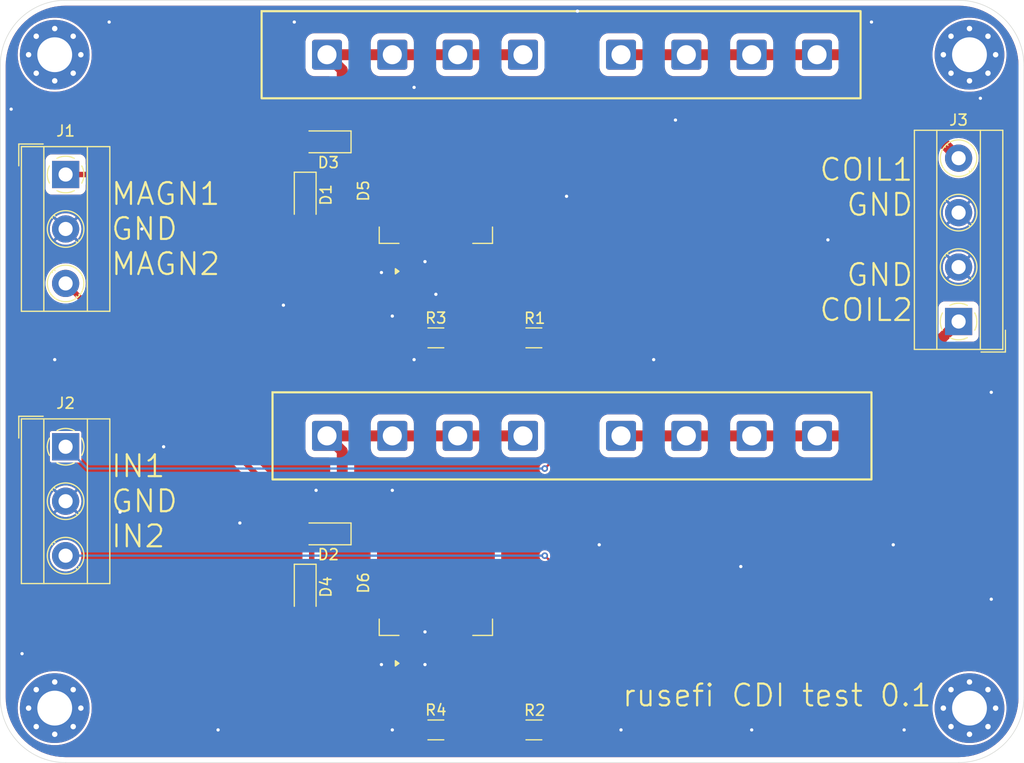
<source format=kicad_pcb>
(kicad_pcb (version 20240108) (generator "pcbnew") (generator_version "8.0")
  (layers (0 "F.Cu" signal) (31 "B.Cu" signal) (34 "B.Paste" user) (35 "F.Paste" user) (36 "B.SilkS" user "B.Silkscreen") (37 "F.SilkS" user "F.Silkscreen") (38 "B.Mask" user) (39 "F.Mask" user) (44 "Edge.Cuts" user))
  (net 0 "")
  (net 1 "GND")
  (net 2 "/MAGNETO1")
  (net 3 "/MAGNETO2")
  (net 4 "Net-(D5-G)")
  (net 5 "Net-(D6-G)")
  (net 6 "/IN1")
  (net 7 "/IN2")
  (net 8 "/COIL2")
  (net 9 "/COIL1")
  (net 10 "/CAP2")
  (net 11 "/CAP1")
  (footprint "Connector_Wire:SolderWire-1sqmm_1x01_D1.4mm_OD2.7mm" (layer "F.Cu") (at 149 69)
    (property "Reference" "TP13" (hide yes))
    (property "Value" "~")
    (pad "1" thru_hole roundrect (at 0 0) (size 2.75 2.75) (drill 1.75) (layers "*.Cu" "*.Mask") (roundrect_rratio 0.090909) (net 9 "/COIL1"))
  )
  (footprint "Resistor_SMD:R_1206_3216Metric_Pad1.30x1.75mm_HandSolder" (layer "F.Cu") (at 120 131)
    (property "Reference" "R4" (at 0 -1.82 0) (layer "F.SilkS"))
    (property "Value" "10k")
    (fp_line (start -0.727064 -0.91) (end 0.727064 -0.91) (stroke (width 0.12)) (layer "F.SilkS"))
    (fp_line (start -0.727064 0.91) (end 0.727064 0.91) (stroke (width 0.12)) (layer "F.SilkS"))
    (pad "1" smd roundrect (at -1.55 0) (size 1.3 1.75) (layers "F.Cu" "F.Paste" "F.Mask") (roundrect_rratio 0.192308) (net 1 "GND"))
    (pad "2" smd roundrect (at 1.55 0) (size 1.3 1.75) (layers "F.Cu" "F.Paste" "F.Mask") (roundrect_rratio 0.192308) (net 5 "Net-(D6-G)"))
  )
  (footprint "Connector_Wire:SolderWire-1sqmm_1x01_D1.4mm_OD2.7mm" (layer "F.Cu") (at 128 69)
    (property "Reference" "TP5" (hide yes))
    (property "Value" "~")
    (pad "1" thru_hole roundrect (at 0 0) (size 2.75 2.75) (drill 1.75) (layers "*.Cu" "*.Mask") (roundrect_rratio 0.090909) (net 11 "/CAP1"))
  )
  (footprint "Connector_Wire:SolderWire-1sqmm_1x01_D1.4mm_OD2.7mm" (layer "F.Cu") (at 143 69)
    (property "Reference" "TP11" (hide yes))
    (property "Value" "~")
    (pad "1" thru_hole roundrect (at 0 0) (size 2.75 2.75) (drill 1.75) (layers "*.Cu" "*.Mask") (roundrect_rratio 0.090909) (net 9 "/COIL1"))
  )
  (footprint "Diode_SMD:D_SOD-123F" (layer "F.Cu") (at 110 77 180)
    (property "Reference" "D3" (at -0.127 -1.905 0) (layer "F.SilkS"))
    (property "Value" "SM4007PL")
    (fp_line (start -2.21 1) (end 1.65 1) (stroke (width 0.12)) (layer "F.SilkS"))
    (fp_line (start -2.21 -1) (end 1.65 -1) (stroke (width 0.12)) (layer "F.SilkS"))
    (fp_line (start -2.21 -1) (end -2.21 1) (stroke (width 0.12)) (layer "F.SilkS"))
    (pad "1" smd roundrect (at -1.4 0 180) (size 1.1 1.1) (layers "F.Cu" "F.Paste" "F.Mask") (roundrect_rratio 0.2272727273) (net 11 "/CAP1"))
    (pad "2" smd roundrect (at 1.4 0 180) (size 1.1 1.1) (layers "F.Cu" "F.Paste" "F.Mask") (roundrect_rratio 0.2272727273) (net 2 "/MAGNETO1"))
  )
  (footprint "MountingHole:MountingHole_3.2mm_M3_Pad_Via" (layer "F.Cu") (at 169 129)
    (property "Reference" "H4" (hide yes))
    (property "Value" "M3")
    (pad "1" thru_hole circle (at -2.4 0) (size 0.8 0.8) (drill 0.5) (layers "*.Cu" "*.Mask"))
    (pad "1" thru_hole circle (at -1.697056 -1.697056) (size 0.8 0.8) (drill 0.5) (layers "*.Cu" "*.Mask"))
    (pad "1" thru_hole circle (at -1.697056 1.697056) (size 0.8 0.8) (drill 0.5) (layers "*.Cu" "*.Mask"))
    (pad "1" thru_hole circle (at 0 -2.4) (size 0.8 0.8) (drill 0.5) (layers "*.Cu" "*.Mask"))
    (pad "1" thru_hole circle (at 0 0) (size 6.4 6.4) (drill 3.2) (layers "*.Cu" "*.Mask"))
    (pad "1" thru_hole circle (at 0 2.4) (size 0.8 0.8) (drill 0.5) (layers "*.Cu" "*.Mask"))
    (pad "1" thru_hole circle (at 1.697056 -1.697056) (size 0.8 0.8) (drill 0.5) (layers "*.Cu" "*.Mask"))
    (pad "1" thru_hole circle (at 1.697056 1.697056) (size 0.8 0.8) (drill 0.5) (layers "*.Cu" "*.Mask"))
    (pad "1" thru_hole circle (at 2.4 0) (size 0.8 0.8) (drill 0.5) (layers "*.Cu" "*.Mask"))
  )
  (footprint "Resistor_SMD:R_1206_3216Metric_Pad1.30x1.75mm_HandSolder" (layer "F.Cu") (at 129 95 180)
    (property "Reference" "R1" (at -0.077219 1.802314 0) (layer "F.SilkS"))
    (property "Value" "200")
    (fp_line (start -0.727064 0.91) (end 0.727064 0.91) (stroke (width 0.12)) (layer "F.SilkS"))
    (fp_line (start -0.727064 -0.91) (end 0.727064 -0.91) (stroke (width 0.12)) (layer "F.SilkS"))
    (pad "1" smd roundrect (at -1.55 0 180) (size 1.3 1.75) (layers "F.Cu" "F.Paste" "F.Mask") (roundrect_rratio 0.192308) (net 6 "/IN1"))
    (pad "2" smd roundrect (at 1.55 0 180) (size 1.3 1.75) (layers "F.Cu" "F.Paste" "F.Mask") (roundrect_rratio 0.192308) (net 4 "Net-(D5-G)"))
  )
  (footprint "Connector_Wire:SolderWire-1sqmm_1x01_D1.4mm_OD2.7mm" (layer "F.Cu") (at 116 69)
    (property "Reference" "TP3" (hide yes))
    (property "Value" "~")
    (pad "1" thru_hole roundrect (at 0 0) (size 2.75 2.75) (drill 1.75) (layers "*.Cu" "*.Mask") (roundrect_rratio 0.090909) (net 11 "/CAP1"))
  )
  (footprint "Connector_Wire:SolderWire-1sqmm_1x01_D1.4mm_OD2.7mm" (layer "F.Cu") (at 116 104)
    (property "Reference" "TP6" (hide yes))
    (property "Value" "~")
    (pad "1" thru_hole roundrect (at 0 0) (size 2.75 2.75) (drill 1.75) (layers "*.Cu" "*.Mask") (roundrect_rratio 0.090909) (net 10 "/CAP2"))
  )
  (footprint "Diode_SMD:D_SOD-123F" (layer "F.Cu") (at 108 82 -90)
    (property "Reference" "D1" (at -0.127 -1.905 90) (layer "F.SilkS"))
    (property "Value" "SM4007PL")
    (fp_line (start -2.21 1) (end 1.65 1) (stroke (width 0.12)) (layer "F.SilkS"))
    (fp_line (start -2.21 -1) (end -2.21 1) (stroke (width 0.12)) (layer "F.SilkS"))
    (fp_line (start -2.21 -1) (end 1.65 -1) (stroke (width 0.12)) (layer "F.SilkS"))
    (pad "1" smd roundrect (at -1.4 0 270) (size 1.1 1.1) (layers "F.Cu" "F.Paste" "F.Mask") (roundrect_rratio 0.2272727273) (net 2 "/MAGNETO1"))
    (pad "2" smd roundrect (at 1.4 0 270) (size 1.1 1.1) (layers "F.Cu" "F.Paste" "F.Mask") (roundrect_rratio 0.2272727273) (net 1 "GND"))
  )
  (footprint "Diode_SMD:D_SOD-123F" (layer "F.Cu") (at 108 118 -90)
    (property "Reference" "D4" (at -0.127 -1.905 90) (layer "F.SilkS"))
    (property "Value" "SM4007PL")
    (fp_line (start -2.21 1) (end 1.65 1) (stroke (width 0.12)) (layer "F.SilkS"))
    (fp_line (start -2.21 -1) (end -2.21 1) (stroke (width 0.12)) (layer "F.SilkS"))
    (fp_line (start -2.21 -1) (end 1.65 -1) (stroke (width 0.12)) (layer "F.SilkS"))
    (pad "1" smd roundrect (at -1.4 0 270) (size 1.1 1.1) (layers "F.Cu" "F.Paste" "F.Mask") (roundrect_rratio 0.2272727273) (net 3 "/MAGNETO2"))
    (pad "2" smd roundrect (at 1.4 0 270) (size 1.1 1.1) (layers "F.Cu" "F.Paste" "F.Mask") (roundrect_rratio 0.2272727273) (net 1 "GND"))
  )
  (footprint "Diode_SMD:D_SOD-123F" (layer "F.Cu") (at 110 113 180)
    (property "Reference" "D2" (at -0.127 -1.905 0) (layer "F.SilkS"))
    (property "Value" "SM4007PL")
    (fp_line (start -2.21 1) (end 1.65 1) (stroke (width 0.12)) (layer "F.SilkS"))
    (fp_line (start -2.21 -1) (end 1.65 -1) (stroke (width 0.12)) (layer "F.SilkS"))
    (fp_line (start -2.21 -1) (end -2.21 1) (stroke (width 0.12)) (layer "F.SilkS"))
    (pad "1" smd roundrect (at -1.4 0 180) (size 1.1 1.1) (layers "F.Cu" "F.Paste" "F.Mask") (roundrect_rratio 0.2272727273) (net 10 "/CAP2"))
    (pad "2" smd roundrect (at 1.4 0 180) (size 1.1 1.1) (layers "F.Cu" "F.Paste" "F.Mask") (roundrect_rratio 0.2272727273) (net 3 "/MAGNETO2"))
  )
  (footprint "Resistor_SMD:R_1206_3216Metric_Pad1.30x1.75mm_HandSolder" (layer "F.Cu") (at 129 131 180)
    (property "Reference" "R2" (at -0.077219 1.802314 0) (layer "F.SilkS"))
    (property "Value" "200")
    (fp_line (start -0.727064 0.91) (end 0.727064 0.91) (stroke (width 0.12)) (layer "F.SilkS"))
    (fp_line (start -0.727064 -0.91) (end 0.727064 -0.91) (stroke (width 0.12)) (layer "F.SilkS"))
    (pad "1" smd roundrect (at -1.55 0 180) (size 1.3 1.75) (layers "F.Cu" "F.Paste" "F.Mask") (roundrect_rratio 0.192308) (net 7 "/IN2"))
    (pad "2" smd roundrect (at 1.55 0 180) (size 1.3 1.75) (layers "F.Cu" "F.Paste" "F.Mask") (roundrect_rratio 0.192308) (net 5 "Net-(D6-G)"))
  )
  (footprint "MountingHole:MountingHole_3.2mm_M3_Pad_Via" (layer "F.Cu") (at 85 129)
    (property "Reference" "H2" (hide yes))
    (property "Value" "M3")
    (pad "1" thru_hole circle (at -2.4 0) (size 0.8 0.8) (drill 0.5) (layers "*.Cu" "*.Mask"))
    (pad "1" thru_hole circle (at -1.697056 -1.697056) (size 0.8 0.8) (drill 0.5) (layers "*.Cu" "*.Mask"))
    (pad "1" thru_hole circle (at -1.697056 1.697056) (size 0.8 0.8) (drill 0.5) (layers "*.Cu" "*.Mask"))
    (pad "1" thru_hole circle (at 0 -2.4) (size 0.8 0.8) (drill 0.5) (layers "*.Cu" "*.Mask"))
    (pad "1" thru_hole circle (at 0 0) (size 6.4 6.4) (drill 3.2) (layers "*.Cu" "*.Mask"))
    (pad "1" thru_hole circle (at 0 2.4) (size 0.8 0.8) (drill 0.5) (layers "*.Cu" "*.Mask"))
    (pad "1" thru_hole circle (at 1.697056 -1.697056) (size 0.8 0.8) (drill 0.5) (layers "*.Cu" "*.Mask"))
    (pad "1" thru_hole circle (at 1.697056 1.697056) (size 0.8 0.8) (drill 0.5) (layers "*.Cu" "*.Mask"))
    (pad "1" thru_hole circle (at 2.4 0) (size 0.8 0.8) (drill 0.5) (layers "*.Cu" "*.Mask"))
  )
  (footprint "MountingHole:MountingHole_3.2mm_M3_Pad_Via" (layer "F.Cu") (at 85 69)
    (property "Reference" "H1" (hide yes))
    (property "Value" "M3")
    (pad "1" thru_hole circle (at -2.4 0) (size 0.8 0.8) (drill 0.5) (layers "*.Cu" "*.Mask"))
    (pad "1" thru_hole circle (at -1.697056 -1.697056) (size 0.8 0.8) (drill 0.5) (layers "*.Cu" "*.Mask"))
    (pad "1" thru_hole circle (at -1.697056 1.697056) (size 0.8 0.8) (drill 0.5) (layers "*.Cu" "*.Mask"))
    (pad "1" thru_hole circle (at 0 -2.4) (size 0.8 0.8) (drill 0.5) (layers "*.Cu" "*.Mask"))
    (pad "1" thru_hole circle (at 0 0) (size 6.4 6.4) (drill 3.2) (layers "*.Cu" "*.Mask"))
    (pad "1" thru_hole circle (at 0 2.4) (size 0.8 0.8) (drill 0.5) (layers "*.Cu" "*.Mask"))
    (pad "1" thru_hole circle (at 1.697056 -1.697056) (size 0.8 0.8) (drill 0.5) (layers "*.Cu" "*.Mask"))
    (pad "1" thru_hole circle (at 1.697056 1.697056) (size 0.8 0.8) (drill 0.5) (layers "*.Cu" "*.Mask"))
    (pad "1" thru_hole circle (at 2.4 0) (size 0.8 0.8) (drill 0.5) (layers "*.Cu" "*.Mask"))
  )
  (footprint "MountingHole:MountingHole_3.2mm_M3_Pad_Via" (layer "F.Cu") (at 169 69)
    (property "Reference" "H3" (hide yes))
    (property "Value" "M3")
    (pad "1" thru_hole circle (at -2.4 0) (size 0.8 0.8) (drill 0.5) (layers "*.Cu" "*.Mask"))
    (pad "1" thru_hole circle (at -1.697056 -1.697056) (size 0.8 0.8) (drill 0.5) (layers "*.Cu" "*.Mask"))
    (pad "1" thru_hole circle (at -1.697056 1.697056) (size 0.8 0.8) (drill 0.5) (layers "*.Cu" "*.Mask"))
    (pad "1" thru_hole circle (at 0 -2.4) (size 0.8 0.8) (drill 0.5) (layers "*.Cu" "*.Mask"))
    (pad "1" thru_hole circle (at 0 0) (size 6.4 6.4) (drill 3.2) (layers "*.Cu" "*.Mask"))
    (pad "1" thru_hole circle (at 0 2.4) (size 0.8 0.8) (drill 0.5) (layers "*.Cu" "*.Mask"))
    (pad "1" thru_hole circle (at 1.697056 -1.697056) (size 0.8 0.8) (drill 0.5) (layers "*.Cu" "*.Mask"))
    (pad "1" thru_hole circle (at 1.697056 1.697056) (size 0.8 0.8) (drill 0.5) (layers "*.Cu" "*.Mask"))
    (pad "1" thru_hole circle (at 2.4 0) (size 0.8 0.8) (drill 0.5) (layers "*.Cu" "*.Mask"))
  )
  (footprint "TerminalBlock_MetzConnect:TerminalBlock_MetzConnect_Type055_RT01504HDWU_1x04_P5.00mm_Horizontal" (layer "F.Cu") (at 168 93.5 90)
    (property "Reference" "J3" (at 18.5 0 180) (layer "F.SilkS"))
    (property "Value" "Screw_Terminal_01x04")
    (fp_line (start 17.561 -4.06) (end 17.561 4.06) (stroke (width 0.12)) (layer "F.SilkS"))
    (fp_line (start -2.56 -4.06) (end 17.561 -4.06) (stroke (width 0.12)) (layer "F.SilkS"))
    (fp_line (start -2.56 -4.06) (end -2.56 4.06) (stroke (width 0.12)) (layer "F.SilkS"))
    (fp_line (start -2.56 -2) (end 17.561 -2) (stroke (width 0.12)) (layer "F.SilkS"))
    (fp_line (start 16.07 -1.275) (end 16.011 -1.216) (stroke (width 0.12)) (layer "F.SilkS"))
    (fp_line (start 11.07 -1.275) (end 11.011 -1.216) (stroke (width 0.12)) (layer "F.SilkS"))
    (fp_line (start 6.07 -1.275) (end 6.011 -1.216) (stroke (width 0.12)) (layer "F.SilkS"))
    (fp_line (start 16.275 -1.069) (end 16.181 -0.976) (stroke (width 0.12)) (layer "F.SilkS"))
    (fp_line (start 11.275 -1.069) (end 11.181 -0.976) (stroke (width 0.12)) (layer "F.SilkS"))
    (fp_line (start 6.275 -1.069) (end 6.181 -0.976) (stroke (width 0.12)) (layer "F.SilkS"))
    (fp_line (start 13.82 0.976) (end 13.726 1.069) (stroke (width 0.12)) (layer "F.SilkS"))
    (fp_line (start 8.82 0.976) (end 8.726 1.069) (stroke (width 0.12)) (layer "F.SilkS"))
    (fp_line (start 3.82 0.976) (end 3.726 1.069) (stroke (width 0.12)) (layer "F.SilkS"))
    (fp_line (start 13.99 1.216) (end 13.931 1.274) (stroke (width 0.12)) (layer "F.SilkS"))
    (fp_line (start 8.99 1.216) (end 8.931 1.274) (stroke (width 0.12)) (layer "F.SilkS"))
    (fp_line (start 3.99 1.216) (end 3.931 1.274) (stroke (width 0.12)) (layer "F.SilkS"))
    (fp_line (start -2.56 2) (end 17.561 2) (stroke (width 0.12)) (layer "F.SilkS"))
    (fp_line (start -2.8 2.06) (end -2.8 4.3) (stroke (width 0.12)) (layer "F.SilkS"))
    (fp_line (start -2.56 4.06) (end 17.561 4.06) (stroke (width 0.12)) (layer "F.SilkS"))
    (fp_line (start -2.8 4.3) (end -0.8 4.3) (stroke (width 0.12)) (layer "F.SilkS"))
    (fp_arc (start -0.789089 -1.483953) (mid -0.00005 -1.680708) (end 0.789 -1.484) (stroke (width 0.12)) (layer "F.SilkS"))
    (fp_arc (start 1.483953 -0.789089) (mid 1.680708 -0.00005) (end 1.484 0.789) (stroke (width 0.12)) (layer "F.SilkS"))
    (fp_arc (start -1.483953 0.789089) (mid -1.680708 0.00005) (end -1.484 -0.789) (stroke (width 0.12)) (layer "F.SilkS"))
    (fp_arc (start 0.788712 1.483352) (mid 0.406429 1.630097) (end 0 1.68) (stroke (width 0.12)) (layer "F.SilkS"))
    (fp_arc (start 0.029383 1.68045) (mid -0.392304 1.634281) (end -0.789 1.484) (stroke (width 0.12)) (layer "F.SilkS"))
    (fp_circle (center 15 0) (end 16.68 0) (stroke (width 0.12)) (fill none) (layer "F.SilkS"))
    (fp_circle (center 10 0) (end 11.68 0) (stroke (width 0.12)) (fill none) (layer "F.SilkS"))
    (fp_circle (center 5 0) (end 6.68 0) (stroke (width 0.12)) (fill none) (layer "F.SilkS"))
    (pad "1" thru_hole rect (at 0 0 90) (size 2.5 2.5) (drill 1.3) (layers "*.Cu" "*.Mask") (net 8 "/COIL2"))
    (pad "2" thru_hole circle (at 5 0 90) (size 2.5 2.5) (drill 1.3) (layers "*.Cu" "*.Mask") (net 1 "GND"))
    (pad "3" thru_hole circle (at 10 0 90) (size 2.5 2.5) (drill 1.3) (layers "*.Cu" "*.Mask") (net 1 "GND"))
    (pad "4" thru_hole circle (at 15 0 90) (size 2.5 2.5) (drill 1.3) (layers "*.Cu" "*.Mask") (net 9 "/COIL1"))
  )
  (footprint "Connector_Wire:SolderWire-1sqmm_1x01_D1.4mm_OD2.7mm" (layer "F.Cu") (at 155 104)
    (property "Reference" "TP16" (hide yes))
    (property "Value" "~")
    (pad "1" thru_hole roundrect (at 0 0) (size 2.75 2.75) (drill 1.75) (layers "*.Cu" "*.Mask") (roundrect_rratio 0.090909) (net 8 "/COIL2"))
  )
  (footprint "Connector_Wire:SolderWire-1sqmm_1x01_D1.4mm_OD2.7mm" (layer "F.Cu") (at 122 69)
    (property "Reference" "TP7" (hide yes))
    (property "Value" "~")
    (pad "1" thru_hole roundrect (at 0 0) (size 2.75 2.75) (drill 1.75) (layers "*.Cu" "*.Mask") (roundrect_rratio 0.090909) (net 11 "/CAP1"))
  )
  (footprint "Connector_Wire:SolderWire-1sqmm_1x01_D1.4mm_OD2.7mm" (layer "F.Cu") (at 155 69)
    (property "Reference" "TP15" (hide yes))
    (property "Value" "~")
    (pad "1" thru_hole roundrect (at 0 0) (size 2.75 2.75) (drill 1.75) (layers "*.Cu" "*.Mask") (roundrect_rratio 0.090909) (net 9 "/COIL1"))
  )
  (footprint "Package_TO_SOT_SMD:TO-263-2" (layer "F.Cu") (at 120 81.5 90)
    (property "Reference" "D5" (at 0 -6.65 90) (layer "F.SilkS"))
    (property "Value" "TN5015H-6G")
    (fp_line (start -3.325 -5.2) (end -4.825 -5.2) (stroke (width 0.12)) (layer "F.SilkS"))
    (fp_line (start -4.825 -5.2) (end -4.825 -3.39) (stroke (width 0.12)) (layer "F.SilkS"))
    (fp_line (start -3.325 5.2) (end -4.825 5.2) (stroke (width 0.12)) (layer "F.SilkS"))
    (fp_line (start -4.825 5.2) (end -4.825 3.39) (stroke (width 0.12)) (layer "F.SilkS"))
    (fp_poly (pts (xy -7.3875 -3.39) (xy -7.6275 -3.72) (xy -7.1475 -3.72) (xy -7.3875 -3.39)) (stroke (width 0.12)) (fill solid) (layer "F.SilkS"))
    (pad "1" smd roundrect (at -7.65 -2.54 90) (size 4.6 1.1) (layers "F.Cu" "F.Paste" "F.Mask") (roundrect_rratio 0.227273) (net 1 "GND"))
    (pad "2" smd roundrect (at -0.925 -2.775 90) (size 4.55 5.25) (layers "F.Cu" "F.Paste") (roundrect_rratio 0.054945) (net 11 "/CAP1"))
    (pad "2" smd roundrect (at -0.925 2.775 90) (size 4.55 5.25) (layers "F.Cu" "F.Paste") (roundrect_rratio 0.054945) (net 11 "/CAP1"))
    (pad "2" smd roundrect (at 1.5 0 90) (size 9.4 10.8) (layers "F.Cu" "F.Mask") (roundrect_rratio 0.026596) (net 11 "/CAP1"))
    (pad "2" smd roundrect (at 3.925 -2.775 90) (size 4.55 5.25) (layers "F.Cu" "F.Paste") (roundrect_rratio 0.054945) (net 11 "/CAP1"))
    (pad "2" smd roundrect (at 3.925 2.775 90) (size 4.55 5.25) (layers "F.Cu" "F.Paste") (roundrect_rratio 0.054945) (net 11 "/CAP1"))
    (pad "3" smd roundrect (at -7.65 2.54 90) (size 4.6 1.1) (layers "F.Cu" "F.Paste" "F.Mask") (roundrect_rratio 0.227273) (net 4 "Net-(D5-G)"))
  )
  (footprint "Package_TO_SOT_SMD:TO-263-2" (layer "F.Cu") (at 120 117.5 90)
    (property "Reference" "D6" (at 0 -6.65 90) (layer "F.SilkS"))
    (property "Value" "TN5015H-6G")
    (fp_line (start -3.325 -5.2) (end -4.825 -5.2) (stroke (width 0.12)) (layer "F.SilkS"))
    (fp_line (start -4.825 -5.2) (end -4.825 -3.39) (stroke (width 0.12)) (layer "F.SilkS"))
    (fp_line (start -3.325 5.2) (end -4.825 5.2) (stroke (width 0.12)) (layer "F.SilkS"))
    (fp_line (start -4.825 5.2) (end -4.825 3.39) (stroke (width 0.12)) (layer "F.SilkS"))
    (fp_poly (pts (xy -7.3875 -3.39) (xy -7.6275 -3.72) (xy -7.1475 -3.72) (xy -7.3875 -3.39)) (stroke (width 0.12)) (fill solid) (layer "F.SilkS"))
    (pad "1" smd roundrect (at -7.65 -2.54 90) (size 4.6 1.1) (layers "F.Cu" "F.Paste" "F.Mask") (roundrect_rratio 0.227273) (net 1 "GND"))
    (pad "2" smd roundrect (at -0.925 -2.775 90) (size 4.55 5.25) (layers "F.Cu" "F.Paste") (roundrect_rratio 0.054945) (net 10 "/CAP2"))
    (pad "2" smd roundrect (at -0.925 2.775 90) (size 4.55 5.25) (layers "F.Cu" "F.Paste") (roundrect_rratio 0.054945) (net 10 "/CAP2"))
    (pad "2" smd roundrect (at 1.5 0 90) (size 9.4 10.8) (layers "F.Cu" "F.Mask") (roundrect_rratio 0.026596) (net 10 "/CAP2"))
    (pad "2" smd roundrect (at 3.925 -2.775 90) (size 4.55 5.25) (layers "F.Cu" "F.Paste") (roundrect_rratio 0.054945) (net 10 "/CAP2"))
    (pad "2" smd roundrect (at 3.925 2.775 90) (size 4.55 5.25) (layers "F.Cu" "F.Paste") (roundrect_rratio 0.054945) (net 10 "/CAP2"))
    (pad "3" smd roundrect (at -7.65 2.54 90) (size 4.6 1.1) (layers "F.Cu" "F.Paste" "F.Mask") (roundrect_rratio 0.227273) (net 5 "Net-(D6-G)"))
  )
  (footprint "Connector_Wire:SolderWire-1sqmm_1x01_D1.4mm_OD2.7mm" (layer "F.Cu") (at 110 104)
    (property "Reference" "TP2" (hide yes))
    (property "Value" "~")
    (pad "1" thru_hole roundrect (at 0 0) (size 2.75 2.75) (drill 1.75) (layers "*.Cu" "*.Mask") (roundrect_rratio 0.090909) (net 10 "/CAP2"))
  )
  (footprint "TerminalBlock_MetzConnect:TerminalBlock_MetzConnect_Type055_RT01503HDWU_1x03_P5.00mm_Horizontal" (layer "F.Cu") (at 86 80 -90)
    (property "Reference" "J1" (at -4 0 180) (layer "F.SilkS"))
    (property "Value" "Screw_Terminal_01x03")
    (fp_line (start -2.8 4.3) (end -0.8 4.3) (stroke (width 0.12)) (layer "F.SilkS"))
    (fp_line (start -2.56 4.06) (end 12.56 4.06) (stroke (width 0.12)) (layer "F.SilkS"))
    (fp_line (start -2.8 2.06) (end -2.8 4.3) (stroke (width 0.12)) (layer "F.SilkS"))
    (fp_line (start -2.56 2) (end 12.56 2) (stroke (width 0.12)) (layer "F.SilkS"))
    (fp_line (start 3.99 1.216) (end 3.931 1.274) (stroke (width 0.12)) (layer "F.SilkS"))
    (fp_line (start 8.99 1.216) (end 8.931 1.274) (stroke (width 0.12)) (layer "F.SilkS"))
    (fp_line (start 3.82 0.976) (end 3.726 1.069) (stroke (width 0.12)) (layer "F.SilkS"))
    (fp_line (start 8.82 0.976) (end 8.726 1.069) (stroke (width 0.12)) (layer "F.SilkS"))
    (fp_line (start 6.275 -1.069) (end 6.181 -0.976) (stroke (width 0.12)) (layer "F.SilkS"))
    (fp_line (start 11.275 -1.069) (end 11.181 -0.976) (stroke (width 0.12)) (layer "F.SilkS"))
    (fp_line (start 6.07 -1.275) (end 6.011 -1.216) (stroke (width 0.12)) (layer "F.SilkS"))
    (fp_line (start 11.07 -1.275) (end 11.011 -1.216) (stroke (width 0.12)) (layer "F.SilkS"))
    (fp_line (start -2.56 -2) (end 12.56 -2) (stroke (width 0.12)) (layer "F.SilkS"))
    (fp_line (start -2.56 -4.06) (end -2.56 4.06) (stroke (width 0.12)) (layer "F.SilkS"))
    (fp_line (start -2.56 -4.06) (end 12.56 -4.06) (stroke (width 0.12)) (layer "F.SilkS"))
    (fp_line (start 12.56 -4.06) (end 12.56 4.06) (stroke (width 0.12)) (layer "F.SilkS"))
    (fp_arc (start 0.029383 1.68045) (mid -0.392304 1.634281) (end -0.789 1.484) (stroke (width 0.12)) (layer "F.SilkS"))
    (fp_arc (start 0.788712 1.483352) (mid 0.406429 1.630097) (end 0 1.68) (stroke (width 0.12)) (layer "F.SilkS"))
    (fp_arc (start -1.483953 0.789089) (mid -1.680708 0.00005) (end -1.484 -0.789) (stroke (width 0.12)) (layer "F.SilkS"))
    (fp_arc (start 1.483953 -0.789089) (mid 1.680708 -0.00005) (end 1.484 0.789) (stroke (width 0.12)) (layer "F.SilkS"))
    (fp_arc (start -0.789089 -1.483953) (mid -0.00005 -1.680708) (end 0.789 -1.484) (stroke (width 0.12)) (layer "F.SilkS"))
    (fp_circle (center 5 0) (end 6.68 0) (stroke (width 0.12)) (fill none) (layer "F.SilkS"))
    (fp_circle (center 10 0) (end 11.68 0) (stroke (width 0.12)) (fill none) (layer "F.SilkS"))
    (pad "1" thru_hole rect (at 0 0 270) (size 2.5 2.5) (drill 1.3) (layers "*.Cu" "*.Mask") (net 2 "/MAGNETO1"))
    (pad "2" thru_hole circle (at 5 0 270) (size 2.5 2.5) (drill 1.3) (layers "*.Cu" "*.Mask") (net 1 "GND"))
    (pad "3" thru_hole circle (at 10 0 270) (size 2.5 2.5) (drill 1.3) (layers "*.Cu" "*.Mask") (net 3 "/MAGNETO2"))
  )
  (footprint "Resistor_SMD:R_1206_3216Metric_Pad1.30x1.75mm_HandSolder" (layer "F.Cu") (at 120 95)
    (property "Reference" "R3" (at 0 -1.82 0) (layer "F.SilkS"))
    (property "Value" "10k")
    (fp_line (start -0.727064 -0.91) (end 0.727064 -0.91) (stroke (width 0.12)) (layer "F.SilkS"))
    (fp_line (start -0.727064 0.91) (end 0.727064 0.91) (stroke (width 0.12)) (layer "F.SilkS"))
    (pad "1" smd roundrect (at -1.55 0) (size 1.3 1.75) (layers "F.Cu" "F.Paste" "F.Mask") (roundrect_rratio 0.192308) (net 1 "GND"))
    (pad "2" smd roundrect (at 1.55 0) (size 1.3 1.75) (layers "F.Cu" "F.Paste" "F.Mask") (roundrect_rratio 0.192308) (net 4 "Net-(D5-G)"))
  )
  (footprint "Connector_Wire:SolderWire-1sqmm_1x01_D1.4mm_OD2.7mm" (layer "F.Cu") (at 143 104)
    (property "Reference" "TP12" (hide yes))
    (property "Value" "~")
    (pad "1" thru_hole roundrect (at 0 0) (size 2.75 2.75) (drill 1.75) (layers "*.Cu" "*.Mask") (roundrect_rratio 0.090909) (net 8 "/COIL2"))
  )
  (footprint "Connector_Wire:SolderWire-1sqmm_1x01_D1.4mm_OD2.7mm" (layer "F.Cu") (at 137 69)
    (property "Reference" "TP9" (hide yes))
    (property "Value" "~")
    (pad "1" thru_hole roundrect (at 0 0) (size 2.75 2.75) (drill 1.75) (layers "*.Cu" "*.Mask") (roundrect_rratio 0.090909) (net 9 "/COIL1"))
  )
  (footprint "TerminalBlock_MetzConnect:TerminalBlock_MetzConnect_Type055_RT01503HDWU_1x03_P5.00mm_Horizontal" (layer "F.Cu") (at 86 105 -90)
    (property "Reference" "J2" (at -4 0 180) (layer "F.SilkS"))
    (property "Value" "Screw_Terminal_01x03")
    (fp_line (start -2.8 4.3) (end -0.8 4.3) (stroke (width 0.12)) (layer "F.SilkS"))
    (fp_line (start -2.56 4.06) (end 12.56 4.06) (stroke (width 0.12)) (layer "F.SilkS"))
    (fp_line (start -2.8 2.06) (end -2.8 4.3) (stroke (width 0.12)) (layer "F.SilkS"))
    (fp_line (start -2.56 2) (end 12.56 2) (stroke (width 0.12)) (layer "F.SilkS"))
    (fp_line (start 3.99 1.216) (end 3.931 1.274) (stroke (width 0.12)) (layer "F.SilkS"))
    (fp_line (start 8.99 1.216) (end 8.931 1.274) (stroke (width 0.12)) (layer "F.SilkS"))
    (fp_line (start 3.82 0.976) (end 3.726 1.069) (stroke (width 0.12)) (layer "F.SilkS"))
    (fp_line (start 8.82 0.976) (end 8.726 1.069) (stroke (width 0.12)) (layer "F.SilkS"))
    (fp_line (start 6.275 -1.069) (end 6.181 -0.976) (stroke (width 0.12)) (layer "F.SilkS"))
    (fp_line (start 11.275 -1.069) (end 11.181 -0.976) (stroke (width 0.12)) (layer "F.SilkS"))
    (fp_line (start 6.07 -1.275) (end 6.011 -1.216) (stroke (width 0.12)) (layer "F.SilkS"))
    (fp_line (start 11.07 -1.275) (end 11.011 -1.216) (stroke (width 0.12)) (layer "F.SilkS"))
    (fp_line (start -2.56 -2) (end 12.56 -2) (stroke (width 0.12)) (layer "F.SilkS"))
    (fp_line (start -2.56 -4.06) (end -2.56 4.06) (stroke (width 0.12)) (layer "F.SilkS"))
    (fp_line (start -2.56 -4.06) (end 12.56 -4.06) (stroke (width 0.12)) (layer "F.SilkS"))
    (fp_line (start 12.56 -4.06) (end 12.56 4.06) (stroke (width 0.12)) (layer "F.SilkS"))
    (fp_arc (start 0.029383 1.68045) (mid -0.392304 1.634281) (end -0.789 1.484) (stroke (width 0.12)) (layer "F.SilkS"))
    (fp_arc (start 0.788712 1.483352) (mid 0.406429 1.630097) (end 0 1.68) (stroke (width 0.12)) (layer "F.SilkS"))
    (fp_arc (start -1.483953 0.789089) (mid -1.680708 0.00005) (end -1.484 -0.789) (stroke (width 0.12)) (layer "F.SilkS"))
    (fp_arc (start 1.483953 -0.789089) (mid 1.680708 -0.00005) (end 1.484 0.789) (stroke (width 0.12)) (layer "F.SilkS"))
    (fp_arc (start -0.789089 -1.483953) (mid -0.00005 -1.680708) (end 0.789 -1.484) (stroke (width 0.12)) (layer "F.SilkS"))
    (fp_circle (center 5 0) (end 6.68 0) (stroke (width 0.12)) (fill none) (layer "F.SilkS"))
    (fp_circle (center 10 0) (end 11.68 0) (stroke (width 0.12)) (fill none) (layer "F.SilkS"))
    (pad "1" thru_hole rect (at 0 0 270) (size 2.5 2.5) (drill 1.3) (layers "*.Cu" "*.Mask") (net 6 "/IN1"))
    (pad "2" thru_hole circle (at 5 0 270) (size 2.5 2.5) (drill 1.3) (layers "*.Cu" "*.Mask") (net 1 "GND"))
    (pad "3" thru_hole circle (at 10 0 270) (size 2.5 2.5) (drill 1.3) (layers "*.Cu" "*.Mask") (net 7 "/IN2"))
  )
  (footprint "Connector_Wire:SolderWire-1sqmm_1x01_D1.4mm_OD2.7mm" (layer "F.Cu") (at 110 69)
    (property "Reference" "TP1" (hide yes))
    (property "Value" "~")
    (pad "1" thru_hole roundrect (at 0 0) (size 2.75 2.75) (drill 1.75) (layers "*.Cu" "*.Mask") (roundrect_rratio 0.090909) (net 11 "/CAP1"))
  )
  (footprint "Connector_Wire:SolderWire-1sqmm_1x01_D1.4mm_OD2.7mm" (layer "F.Cu") (at 149 104)
    (property "Reference" "TP14" (hide yes))
    (property "Value" "~")
    (pad "1" thru_hole roundrect (at 0 0) (size 2.75 2.75) (drill 1.75) (layers "*.Cu" "*.Mask") (roundrect_rratio 0.090909) (net 8 "/COIL2"))
  )
  (footprint "Connector_Wire:SolderWire-1sqmm_1x01_D1.4mm_OD2.7mm" (layer "F.Cu") (at 128 104)
    (property "Reference" "TP8" (hide yes))
    (property "Value" "~")
    (pad "1" thru_hole roundrect (at 0 0) (size 2.75 2.75) (drill 1.75) (layers "*.Cu" "*.Mask") (roundrect_rratio 0.090909) (net 10 "/CAP2"))
  )
  (footprint "Connector_Wire:SolderWire-1sqmm_1x01_D1.4mm_OD2.7mm" (layer "F.Cu") (at 122 104)
    (property "Reference" "TP4" (hide yes))
    (property "Value" "~")
    (pad "1" thru_hole roundrect (at 0 0) (size 2.75 2.75) (drill 1.75) (layers "*.Cu" "*.Mask") (roundrect_rratio 0.090909) (net 10 "/CAP2"))
  )
  (footprint "Connector_Wire:SolderWire-1sqmm_1x01_D1.4mm_OD2.7mm" (layer "F.Cu") (at 137 104)
    (property "Reference" "TP10" (hide yes))
    (property "Value" "~")
    (pad "1" thru_hole roundrect (at 0 0) (size 2.75 2.75) (drill 1.75) (layers "*.Cu" "*.Mask") (roundrect_rratio 0.090909) (net 8 "/COIL2"))
  )
  (gr_rect (start 104 65) (end 159 73) (stroke (width 0.2)) (fill none) (layer "F.SilkS"))
  (gr_rect (start 105 100) (end 160 108) (stroke (width 0.2)) (fill none) (layer "F.SilkS"))
  (gr_arc (start 80 70) (mid 81.757359 65.757359) (end 86 64) (stroke (width 0.05)) (layer "Edge.Cuts"))
  (gr_arc (start 167.999999 64.000001) (mid 172.24264 65.75736) (end 173.999999 70.000001) (stroke (width 0.05)) (layer "Edge.Cuts"))
  (gr_arc (start 174 128) (mid 172.242641 132.242641) (end 168 134) (stroke (width 0.05)) (layer "Edge.Cuts"))
  (gr_line (start 80 70) (end 80 128) (stroke (width 0.05)) (layer "Edge.Cuts"))
  (gr_line (start 174 128) (end 173.999999 70.000001) (stroke (width 0.05)) (layer "Edge.Cuts"))
  (gr_arc (start 86 134) (mid 81.757359 132.242641) (end 80 128) (stroke (width 0.05)) (layer "Edge.Cuts"))
  (gr_line (start 86 134) (end 168 134) (stroke (width 0.05)) (layer "Edge.Cuts"))
  (gr_line (start 167.999999 64.000001) (end 86 64) (stroke (width 0.05)) (layer "Edge.Cuts"))
  (gr_text "COIL1\nGND\n\nGND\nCOIL2" (at 163.94 85.9995 0) (layer "F.SilkS") (effects (font (size 2 2) (thickness 0.2)) (justify right)))
  (gr_text "rusefi CDI test 0.1" (at 137 129 0) (layer "F.SilkS") (effects (font (size 2 2) (thickness 0.2)) (justify left bottom)))
  (gr_text "MAGN1\nGND\nMAGN2" (at 90.06 85 0) (layer "F.SilkS") (effects (font (size 2 2) (thickness 0.2)) (justify left)))
  (gr_text "IN1\nGND\nIN2" (at 90.06 110 0) (layer "F.SilkS") (effects (font (size 2 2) (thickness 0.2)) (justify left)))
  (via (at 82 124) (size 0.6) (drill 0.3) (layers "F.Cu" "B.Cu") (net 1))
  (via (at 115 89) (size 0.6) (drill 0.3) (layers "F.Cu" "B.Cu") (net 1))
  (via (at 163 131) (size 0.6) (drill 0.3) (layers "F.Cu" "B.Cu") (net 1))
  (via (at 106 92) (size 0.6) (drill 0.3) (layers "F.Cu" "B.Cu") (net 1))
  (via (at 119 88) (size 0.6) (drill 0.3) (layers "F.Cu" "B.Cu") (net 1))
  (via (at 133 65) (size 0.6) (drill 0.3) (layers "F.Cu" "B.Cu") (net 1))
  (via (at 109 109) (size 0.6) (drill 0.3) (layers "F.Cu" "B.Cu") (net 1))
  (via (at 100 131) (size 0.6) (drill 0.3) (layers "F.Cu" "B.Cu") (net 1))
  (via (at 171 100) (size 0.6) (drill 0.3) (layers "F.Cu" "B.Cu") (net 1))
  (via (at 93 85) (size 0.6) (drill 0.3) (layers "F.Cu" "B.Cu") (net 1))
  (via (at 107 66) (size 0.6) (drill 0.3) (layers "F.Cu" "B.Cu") (net 1))
  (via (at 171 119) (size 0.6) (drill 0.3) (layers "F.Cu" "B.Cu") (net 1))
  (via (at 102 112) (size 0.6) (drill 0.3) (layers "F.Cu" "B.Cu") (net 1))
  (via (at 91 111) (size 0.6) (drill 0.3) (layers "F.Cu" "B.Cu") (net 1))
  (via (at 115 125) (size 0.6) (drill 0.3) (layers "F.Cu" "B.Cu") (net 1))
  (via (at 120 91) (size 0.6) (drill 0.3) (layers "F.Cu" "B.Cu") (net 1))
  (via (at 116 93) (size 0.6) (drill 0.3) (layers "F.Cu" "B.Cu") (net 1))
  (via (at 160 66) (size 0.6) (drill 0.3) (layers "F.Cu" "B.Cu") (net 1))
  (via (at 140 97) (size 0.6) (drill 0.3) (layers "F.Cu" "B.Cu") (net 1))
  (via (at 118 72) (size 0.6) (drill 0.3) (layers "F.Cu" "B.Cu") (net 1))
  (via (at 137 131) (size 0.6) (drill 0.3) (layers "F.Cu" "B.Cu") (net 1))
  (via (at 135 114) (size 0.6) (drill 0.3) (layers "F.Cu" "B.Cu") (net 1))
  (via (at 148 116) (size 0.6) (drill 0.3) (layers "F.Cu" "B.Cu") (net 1))
  (via (at 149 131) (size 0.6) (drill 0.3) (layers "F.Cu" "B.Cu") (net 1))
  (via (at 95 105) (size 0.6) (drill 0.3) (layers "F.Cu" "B.Cu") (net 1))
  (via (at 116 131) (size 0.6) (drill 0.3) (layers "F.Cu" "B.Cu") (net 1))
  (via (at 162 114) (size 0.6) (drill 0.3) (layers "F.Cu" "B.Cu") (net 1))
  (via (at 132 82) (size 0.6) (drill 0.3) (layers "F.Cu" "B.Cu") (net 1))
  (via (at 119 122) (size 0.6) (drill 0.3) (layers "F.Cu" "B.Cu") (net 1))
  (via (at 90 66) (size 0.6) (drill 0.3) (layers "F.Cu" "B.Cu") (net 1))
  (via (at 85 97) (size 0.6) (drill 0.3) (layers "F.Cu" "B.Cu") (net 1))
  (via (at 81 74) (size 0.6) (drill 0.3) (layers "F.Cu" "B.Cu") (net 1))
  (via (at 116 109) (size 0.6) (drill 0.3) (layers "F.Cu" "B.Cu") (net 1))
  (via (at 156 86) (size 0.6) (drill 0.3) (layers "F.Cu" "B.Cu") (net 1))
  (via (at 119 125) (size 0.6) (drill 0.3) (layers "F.Cu" "B.Cu") (net 1))
  (via (at 142 75) (size 0.6) (drill 0.3) (layers "F.Cu" "B.Cu") (net 1))
  (via (at 170 73) (size 0.6) (drill 0.3) (layers "F.Cu" "B.Cu") (net 1))
  (via (at 118 97) (size 0.6) (drill 0.3) (layers "F.Cu" "B.Cu") (net 1))
  (segment (start 108 77.6) (end 108.6 77) (width 0.5) (layer "F.Cu") (net 2))
  (segment (start 86 80) (end 107.4 80) (width 0.5) (layer "F.Cu") (net 2))
  (segment (start 108 80.6) (end 108 77.6) (width 0.5) (layer "F.Cu") (net 2))
  (segment (start 107.4 80) (end 108 80.6) (width 0.5) (layer "F.Cu") (net 2))
  (segment (start 108.6 116) (end 108 116.6) (width 0.5) (layer "F.Cu") (net 3))
  (segment (start 108.6 113) (end 108.6 116) (width 0.5) (layer "F.Cu") (net 3))
  (segment (start 108.6 112.6) (end 108.6 113) (width 0.5) (layer "F.Cu") (net 3))
  (segment (start 86 90) (end 108.6 112.6) (width 0.5) (layer "F.Cu") (net 3))
  (segment (start 122.54 94.01) (end 121.55 95) (width 0.2) (layer "F.Cu") (net 4))
  (segment (start 122.54 89.15) (end 122.54 94.01) (width 0.2) (layer "F.Cu") (net 4))
  (segment (start 127.45 95) (end 121.55 95) (width 0.2) (layer "F.Cu") (net 4))
  (segment (start 122.54 125.15) (end 122.54 130.01) (width 0.2) (layer "F.Cu") (net 5))
  (segment (start 127.45 131) (end 121.55 131) (width 0.2) (layer "F.Cu") (net 5))
  (segment (start 122.54 130.01) (end 121.55 131) (width 0.2) (layer "F.Cu") (net 5))
  (segment (start 130.55 106.45) (end 130 107) (width 0.2) (layer "F.Cu") (net 6))
  (segment (start 130.55 95) (end 130.55 106.45) (width 0.2) (layer "F.Cu") (net 6))
  (via (at 130 107) (size 0.6) (drill 0.3) (layers "F.Cu" "B.Cu") (net 6))
  (segment (start 130 107) (end 88 107) (width 0.2) (layer "B.Cu") (net 6))
  (segment (start 88 107) (end 86 105) (width 0.2) (layer "B.Cu") (net 6))
  (segment (start 130.55 131) (end 130.55 115.55) (width 0.2) (layer "F.Cu") (net 7))
  (segment (start 130.55 115.55) (end 130 115) (width 0.2) (layer "F.Cu") (net 7))
  (via (at 130 115) (size 0.6) (drill 0.3) (layers "F.Cu" "B.Cu") (net 7))
  (segment (start 130 115) (end 86 115) (width 0.2) (layer "B.Cu") (net 7))
  (segment (start 137 104) (end 155 104) (width 1) (layer "F.Cu") (net 8))
  (segment (start 157.5 104) (end 168 93.5) (width 1) (layer "F.Cu") (net 8))
  (segment (start 155 104) (end 157.5 104) (width 1) (layer "F.Cu") (net 8))
  (segment (start 155 69) (end 158.5 69) (width 1) (layer "F.Cu") (net 9))
  (segment (start 137 69) (end 155 69) (width 1) (layer "F.Cu") (net 9))
  (segment (start 158.5 69) (end 168 78.5) (width 1) (layer "F.Cu") (net 9))
  (segment (start 116.65 113) (end 117.225 113.575) (width 1) (layer "F.Cu") (net 10))
  (segment (start 111.4 113) (end 111.4 105.4) (width 1) (layer "F.Cu") (net 10))
  (segment (start 111.4 113) (end 116.65 113) (width 1) (layer "F.Cu") (net 10))
  (segment (start 111.4 105.4) (end 110 104) (width 1) (layer "F.Cu") (net 10))
  (segment (start 110 104) (end 128 104) (width 1) (layer "F.Cu") (net 10))
  (segment (start 110 69) (end 128 69) (width 1) (layer "F.Cu") (net 11))
  (segment (start 111.4 77) (end 111.4 70.4) (width 1) (layer "F.Cu") (net 11))
  (segment (start 117 77) (end 120 80) (width 1) (layer "F.Cu") (net 11))
  (segment (start 111.4 70.4) (end 110 69) (width 1) (layer "F.Cu") (net 11))
  (segment (start 111.4 77) (end 117 77) (width 1) (layer "F.Cu") (net 11))
  (zone (net 1) (net_name "GND") (layers "F&B.Cu") (connect_pads (clearance 0.2)) (min_thickness 0.25) (fill yes (thermal_gap 0.2) (thermal_bridge_width 0.25))
    (polygon (pts (xy 80 64) (xy 174 64) (xy 174 134) (xy 80 134)))
  )
)
</source>
